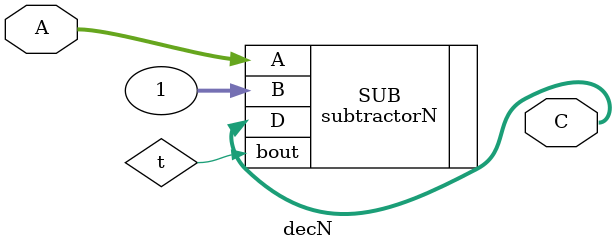
<source format=v>
`timescale 1ns / 1ps


module decN #(parameter N = 8)(
    input wire [N-1:0] A,
    output wire [N-1:0] C
    );
    
    wire t;
    subtractorN #(.N(N)) SUB(.D(C), .A(A), .B(1), .bout(t));
    
endmodule

</source>
